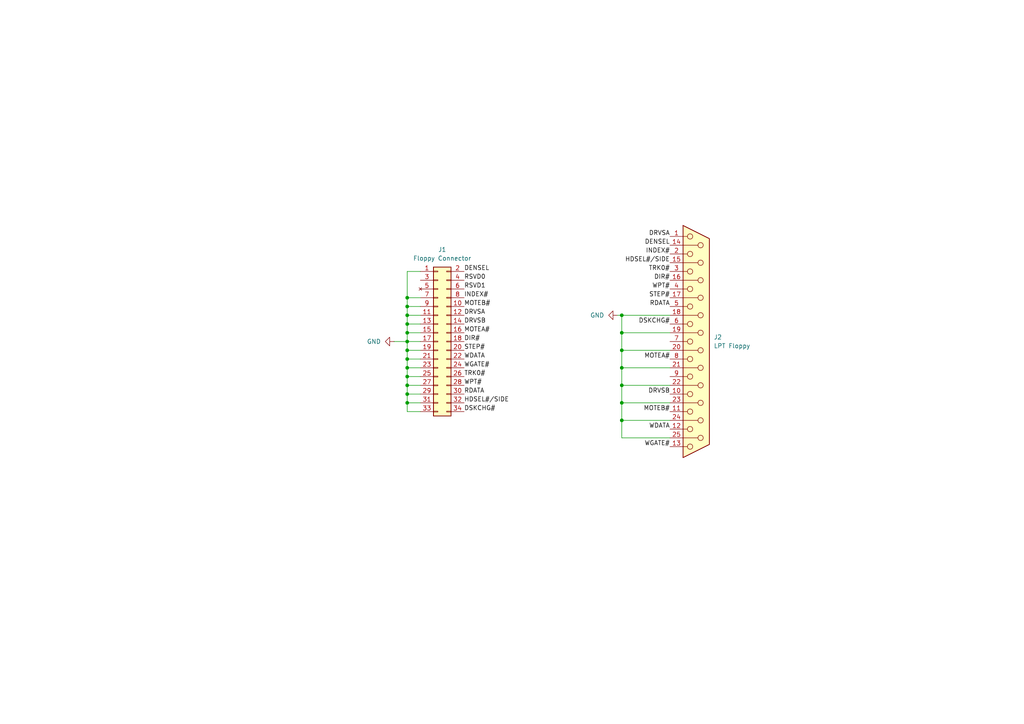
<source format=kicad_sch>
(kicad_sch (version 20231120) (generator "eeschema") (generator_version "8.0")
  (paper "A4")
  (lib_symbols
    (symbol "LPT2FLOPPY:Floppy Connector" (pin_names (offset 1.016) hide)
      (property "Reference" "J" (at -0.254 0 0))
      (property "Value" "Floppy Connector" (at 1.27 -22.86 0))
      (symbol "Floppy Connector_1_1"
        (rectangle (start -2.54 -20.193) (end -1.27 -20.447) (stroke (width 0.1524)))
        (rectangle (start -2.54 -17.653) (end -1.27 -17.907) (stroke (width 0.1524)))
        (rectangle (start -2.54 -15.113) (end -1.27 -15.367) (stroke (width 0.1524)))
        (rectangle (start -2.54 -12.573) (end -1.27 -12.827) (stroke (width 0.1524)))
        (rectangle (start -2.54 -10.033) (end -1.27 -10.287) (stroke (width 0.1524)))
        (rectangle (start -2.54 -7.493) (end -1.27 -7.747) (stroke (width 0.1524)))
        (rectangle (start -2.54 -4.953) (end -1.27 -5.207) (stroke (width 0.1524)))
        (rectangle (start -2.54 -2.413) (end -1.27 -2.667) (stroke (width 0.1524)))
        (rectangle (start -2.54 0.127) (end -1.27 -0.127) (stroke (width 0.1524)))
        (rectangle (start -2.54 2.667) (end -1.27 2.413) (stroke (width 0.1524)))
        (rectangle (start -2.54 5.207) (end -1.27 4.953) (stroke (width 0.1524)))
        (rectangle (start -2.54 7.747) (end -1.27 7.493) (stroke (width 0.1524)))
        (rectangle (start -2.54 10.287) (end -1.27 10.033) (stroke (width 0.1524)))
        (rectangle (start -2.54 12.827) (end -1.27 12.573) (stroke (width 0.1524)))
        (rectangle (start -2.54 15.367) (end -1.27 15.113) (stroke (width 0.1524)))
        (rectangle (start -2.54 17.907) (end -1.27 17.653) (stroke (width 0.1524)))
        (rectangle (start -2.54 20.447) (end -1.27 20.193) (stroke (width 0.1524)))
        (rectangle (start -2.54 21.59) (end 2.54 -21.59) (stroke (width 0.254)) (fill (type background)))
        (rectangle (start 2.54 -20.193) (end 1.27 -20.447) (stroke (width 0.1524)))
        (rectangle (start 2.54 -17.653) (end 1.27 -17.907) (stroke (width 0.1524)))
        (rectangle (start 2.54 -15.113) (end 1.27 -15.367) (stroke (width 0.1524)))
        (rectangle (start 2.54 -12.573) (end 1.27 -12.827) (stroke (width 0.1524)))
        (rectangle (start 2.54 -10.033) (end 1.27 -10.287) (stroke (width 0.1524)))
        (rectangle (start 2.54 -7.493) (end 1.27 -7.747) (stroke (width 0.1524)))
        (rectangle (start 2.54 -4.953) (end 1.27 -5.207) (stroke (width 0.1524)))
        (rectangle (start 2.54 -2.413) (end 1.27 -2.667) (stroke (width 0.1524)))
        (rectangle (start 2.54 0.127) (end 1.27 -0.127) (stroke (width 0.1524)))
        (rectangle (start 2.54 2.667) (end 1.27 2.413) (stroke (width 0.1524)))
        (rectangle (start 2.54 5.207) (end 1.27 4.953) (stroke (width 0.1524)))
        (rectangle (start 2.54 7.747) (end 1.27 7.493) (stroke (width 0.1524)))
        (rectangle (start 2.54 10.287) (end 1.27 10.033) (stroke (width 0.1524)))
        (rectangle (start 2.54 12.827) (end 1.27 12.573) (stroke (width 0.1524)))
        (rectangle (start 2.54 15.367) (end 1.27 15.113) (stroke (width 0.1524)))
        (rectangle (start 2.54 17.907) (end 1.27 17.653) (stroke (width 0.1524)))
        (rectangle (start 2.54 20.447) (end 1.27 20.193) (stroke (width 0.1524)))
        (pin power_in line (at -6.35 20.32 0) (length 3.81) (name "GND") (number "1"))
        (pin passive line (at 6.35 10.16 180) (length 3.81) (name "MOTEA#") (number "10"))
        (pin power_in line (at -6.35 7.62 0) (length 3.81) (name "GND") (number "11"))
        (pin passive line (at 6.35 7.62 180) (length 3.81) (name "DRVSB") (number "12"))
        (pin power_in line (at -6.35 5.08 0) (length 3.81) (name "GND") (number "13"))
        (pin passive line (at 6.35 5.08 180) (length 3.81) (name "DRVSA") (number "14"))
        (pin power_in line (at -6.35 2.54 0) (length 3.81) (name "GND") (number "15"))
        (pin passive line (at 6.35 2.54 180) (length 3.81) (name "MOTEB#") (number "16"))
        (pin power_in line (at -6.35 0 0) (length 3.81) (name "GND") (number "17"))
        (pin passive line (at 6.35 0 180) (length 3.81) (name "DIR#") (number "18"))
        (pin power_in line (at -6.35 -2.54 0) (length 3.81) (name "GND") (number "19"))
        (pin passive line (at 6.35 20.32 180) (length 3.81) (name "DENSEL") (number "2"))
        (pin passive line (at 6.35 -2.54 180) (length 3.81) (name "STEP#") (number "20"))
        (pin power_in line (at -6.35 -5.08 0) (length 3.81) (name "GND") (number "21"))
        (pin passive line (at 6.35 -5.08 180) (length 3.81) (name "WDATA") (number "22"))
        (pin power_in line (at -6.35 -7.62 0) (length 3.81) (name "GND") (number "23"))
        (pin passive line (at 6.35 -7.62 180) (length 3.81) (name "WGATE#") (number "24"))
        (pin power_in line (at -6.35 -10.16 0) (length 3.81) (name "GND") (number "25"))
        (pin passive line (at 6.35 -10.16 180) (length 3.81) (name "TRK0#") (number "26"))
        (pin power_in line (at -6.35 -12.7 0) (length 3.81) (name "GND") (number "27"))
        (pin passive line (at 6.35 -12.7 180) (length 3.81) (name "WPT#") (number "28"))
        (pin power_in line (at -6.35 -15.24 0) (length 3.81) (name "GND") (number "29"))
        (pin passive line (at -6.35 17.78 0) (length 3.81) (name "RSVD") (number "3"))
        (pin passive line (at 6.35 -15.24 180) (length 3.81) (name "RDATA") (number "30"))
        (pin power_in line (at -6.35 -17.78 0) (length 3.81) (name "GND") (number "31"))
        (pin passive line (at 6.35 -17.78 180) (length 3.81) (name "HDSEL#/SIDE") (number "32"))
        (pin power_in line (at -6.35 -20.32 0) (length 3.81) (name "GND") (number "33"))
        (pin passive line (at 6.35 -20.32 180) (length 3.81) (name "DSKCHG#") (number "34"))
        (pin passive line (at 6.35 17.78 180) (length 3.81) (name "RSVD") (number "4"))
        (pin no_connect line (at -6.35 15.24 0) (length 3.81) (name "NC") (number "5"))
        (pin passive line (at 6.35 15.24 180) (length 3.81) (name "RSVD") (number "6"))
        (pin power_in line (at -6.35 12.7 0) (length 3.81) (name "GND") (number "7"))
        (pin passive line (at 6.35 12.7 180) (length 3.81) (name "INDEX#") (number "8"))
        (pin power_in line (at -6.35 10.16 0) (length 3.81) (name "GND") (number "9"))
      )
    )
    (symbol "LPT2FLOPPY:LPT Floppy" (pin_names (offset 1.016) hide)
      (property "Reference" "J" (at 0 34.29 0))
      (property "Value" "LPT Floppy" (at 0 -34.925 0))
      (symbol "LPT Floppy_0_1"
        (circle (center -1.778 -30.48) (radius 0.762))
        (circle (center -1.778 -25.4) (radius 0.762))
        (circle (center -1.778 -20.32) (radius 0.762))
        (circle (center -1.778 -15.24) (radius 0.762))
        (circle (center -1.778 -10.16) (radius 0.762))
        (circle (center -1.778 -5.08) (radius 0.762))
        (circle (center -1.778 0) (radius 0.762))
        (circle (center -1.778 5.08) (radius 0.762))
        (circle (center -1.778 10.16) (radius 0.762))
        (circle (center -1.778 15.24) (radius 0.762))
        (circle (center -1.778 20.32) (radius 0.762))
        (circle (center -1.778 25.4) (radius 0.762))
        (circle (center -1.778 30.48) (radius 0.762))
        (polyline (pts (xy -3.81 -30.48) (xy -2.54 -30.48)))
        (polyline (pts (xy -3.81 -27.94) (xy 0.508 -27.94)))
        (polyline (pts (xy -3.81 -25.4) (xy -2.54 -25.4)))
        (polyline (pts (xy -3.81 -22.86) (xy 0.508 -22.86)))
        (polyline (pts (xy -3.81 -20.32) (xy -2.54 -20.32)))
        (polyline (pts (xy -3.81 -17.78) (xy 0.508 -17.78)))
        (polyline (pts (xy -3.81 -15.24) (xy -2.54 -15.24)))
        (polyline (pts (xy -3.81 -12.7) (xy 0.508 -12.7)))
        (polyline (pts (xy -3.81 -10.16) (xy -2.54 -10.16)))
        (polyline (pts (xy -3.81 -7.62) (xy 0.508 -7.62)))
        (polyline (pts (xy -3.81 -5.08) (xy -2.54 -5.08)))
        (polyline (pts (xy -3.81 -2.54) (xy 0.508 -2.54)))
        (polyline (pts (xy -3.81 0) (xy -2.54 0)))
        (polyline (pts (xy -3.81 2.54) (xy 0.508 2.54)))
        (polyline (pts (xy -3.81 5.08) (xy -2.54 5.08)))
        (polyline (pts (xy -3.81 7.62) (xy 0.508 7.62)))
        (polyline (pts (xy -3.81 10.16) (xy -2.54 10.16)))
        (polyline (pts (xy -3.81 12.7) (xy 0.508 12.7)))
        (polyline (pts (xy -3.81 15.24) (xy -2.54 15.24)))
        (polyline (pts (xy -3.81 17.78) (xy 0.508 17.78)))
        (polyline (pts (xy -3.81 20.32) (xy -2.54 20.32)))
        (polyline (pts (xy -3.81 22.86) (xy 0.508 22.86)))
        (polyline (pts (xy -3.81 25.4) (xy -2.54 25.4)))
        (polyline (pts (xy -3.81 27.94) (xy 0.508 27.94)))
        (polyline (pts (xy -3.81 30.48) (xy -2.54 30.48)))
        (polyline (pts (xy -3.81 33.655) (xy 3.81 29.845) (xy 3.81 -29.845) (xy -3.81 -33.655) (xy -3.81 33.655)) (stroke (width 0.254)) (fill (type background)))
        (circle (center 1.27 -27.94) (radius 0.762))
        (circle (center 1.27 -22.86) (radius 0.762))
        (circle (center 1.27 -17.78) (radius 0.762))
        (circle (center 1.27 -12.7) (radius 0.762))
        (circle (center 1.27 -7.62) (radius 0.762))
        (circle (center 1.27 -2.54) (radius 0.762))
        (circle (center 1.27 2.54) (radius 0.762))
        (circle (center 1.27 7.62) (radius 0.762))
        (circle (center 1.27 12.7) (radius 0.762))
        (circle (center 1.27 17.78) (radius 0.762))
        (circle (center 1.27 22.86) (radius 0.762))
        (circle (center 1.27 27.94) (radius 0.762))
      )
      (symbol "LPT Floppy_1_1"
        (pin passive line (at -7.62 30.48 0) (length 3.81) (name "-DSO") (number "1"))
        (pin passive line (at -7.62 -15.24 0) (length 3.81) (name "-DS1") (number "10"))
        (pin passive line (at -7.62 -20.32 0) (length 3.81) (name "-MTR1") (number "11"))
        (pin passive line (at -7.62 -25.4 0) (length 3.81) (name "-WDATA") (number "12"))
        (pin passive line (at -7.62 -30.48 0) (length 3.81) (name "-WGATE") (number "13"))
        (pin passive line (at -7.62 27.94 0) (length 3.81) (name "DENSEL") (number "14"))
        (pin passive line (at -7.62 22.86 0) (length 3.81) (name "-HDSEL") (number "15"))
        (pin passive line (at -7.62 17.78 0) (length 3.81) (name "-DIR") (number "16"))
        (pin passive line (at -7.62 12.7 0) (length 3.81) (name "-STEP") (number "17"))
        (pin passive line (at -7.62 7.62 0) (length 3.81) (name "GND") (number "18"))
        (pin passive line (at -7.62 2.54 0) (length 3.81) (name "P19") (number "19"))
        (pin passive line (at -7.62 25.4 0) (length 3.81) (name "-INDEX") (number "2"))
        (pin passive line (at -7.62 -2.54 0) (length 3.81) (name "P20") (number "20"))
        (pin passive line (at -7.62 -7.62 0) (length 3.81) (name "P21") (number "21"))
        (pin passive line (at -7.62 -12.7 0) (length 3.81) (name "P22") (number "22"))
        (pin passive line (at -7.62 -17.78 0) (length 3.81) (name "P23") (number "23"))
        (pin passive line (at -7.62 -22.86 0) (length 3.81) (name "P24") (number "24"))
        (pin passive line (at -7.62 -27.94 0) (length 3.81) (name "P25") (number "25"))
        (pin passive line (at -7.62 20.32 0) (length 3.81) (name "-TRK0") (number "3"))
        (pin passive line (at -7.62 15.24 0) (length 3.81) (name "-WP") (number "4"))
        (pin passive line (at -7.62 10.16 0) (length 3.81) (name "-RDATA") (number "5"))
        (pin passive line (at -7.62 5.08 0) (length 3.81) (name "-DSKCHG") (number "6"))
        (pin passive line (at -7.62 0 0) (length 3.81) (name "MEDIA_ID0") (number "7"))
        (pin passive line (at -7.62 -5.08 0) (length 3.81) (name "-MTR0") (number "8"))
        (pin passive line (at -7.62 -10.16 0) (length 3.81) (name "MEDIA_ID1") (number "9"))
      )
    )
    (symbol "power:GND" (power) (pin_numbers hide) (pin_names (offset 0) hide)
      (property "Value" "GND" (at 0 -3.81 0))
      (symbol "GND_0_1"
        (polyline (pts (xy 0 0) (xy 0 -1.27) (xy 1.27 -1.27) (xy 0 -2.54) (xy -1.27 -1.27) (xy 0 -1.27)))
      )
      (symbol "GND_1_1"
        (pin power_in line (at 0 0 270) (length 0) (name "~") (number "1"))
      )
    )
  )
  (junction (at 118.11 91.44))
  (junction (at 118.11 86.36))
  (junction (at 118.11 96.52))
  (junction (at 118.11 99.06))
  (junction (at 118.11 114.3))
  (junction (at 118.11 109.22))
  (junction (at 118.11 93.98))
  (junction (at 180.34 101.6))
  (junction (at 118.11 104.14))
  (junction (at 180.34 106.68))
  (junction (at 180.34 96.52))
  (junction (at 118.11 101.6))
  (junction (at 118.11 111.76))
  (junction (at 118.11 88.9))
  (junction (at 118.11 116.84))
  (junction (at 180.34 111.76))
  (junction (at 118.11 106.68))
  (junction (at 180.34 91.44))
  (junction (at 180.34 121.92))
  (junction (at 180.34 116.84))
  (wire (pts (xy 180.34 111.76) (xy 194.31 111.76)))
  (wire (pts (xy 180.34 116.84) (xy 194.31 116.84)))
  (wire (pts (xy 118.11 78.74) (xy 118.11 86.36)))
  (wire (pts (xy 180.34 96.52) (xy 194.31 96.52)))
  (wire (pts (xy 118.11 101.6) (xy 118.11 104.14)))
  (wire (pts (xy 118.11 106.68) (xy 118.11 109.22)))
  (wire (pts (xy 180.34 91.44) (xy 194.31 91.44)))
  (wire (pts (xy 118.11 88.9) (xy 118.11 91.44)))
  (wire (pts (xy 118.11 109.22) (xy 121.92 109.22)))
  (wire (pts (xy 179.07 91.44) (xy 180.34 91.44)))
  (wire (pts (xy 180.34 127) (xy 194.31 127)))
  (wire (pts (xy 180.34 121.92) (xy 194.31 121.92)))
  (wire (pts (xy 118.11 106.68) (xy 121.92 106.68)))
  (wire (pts (xy 118.11 109.22) (xy 118.11 111.76)))
  (wire (pts (xy 180.34 111.76) (xy 180.34 116.84)))
  (wire (pts (xy 180.34 116.84) (xy 180.34 121.92)))
  (wire (pts (xy 121.92 78.74) (xy 118.11 78.74)))
  (wire (pts (xy 180.34 106.68) (xy 180.34 111.76)))
  (wire (pts (xy 180.34 101.6) (xy 194.31 101.6)))
  (wire (pts (xy 118.11 116.84) (xy 121.92 116.84)))
  (wire (pts (xy 118.11 114.3) (xy 121.92 114.3)))
  (wire (pts (xy 118.11 93.98) (xy 118.11 96.52)))
  (wire (pts (xy 118.11 91.44) (xy 121.92 91.44)))
  (wire (pts (xy 118.11 96.52) (xy 118.11 99.06)))
  (wire (pts (xy 180.34 106.68) (xy 194.31 106.68)))
  (wire (pts (xy 180.34 96.52) (xy 180.34 101.6)))
  (wire (pts (xy 118.11 86.36) (xy 118.11 88.9)))
  (wire (pts (xy 118.11 93.98) (xy 121.92 93.98)))
  (wire (pts (xy 118.11 96.52) (xy 121.92 96.52)))
  (wire (pts (xy 118.11 86.36) (xy 121.92 86.36)))
  (wire (pts (xy 118.11 99.06) (xy 121.92 99.06)))
  (wire (pts (xy 118.11 114.3) (xy 118.11 116.84)))
  (wire (pts (xy 118.11 88.9) (xy 121.92 88.9)))
  (wire (pts (xy 118.11 111.76) (xy 121.92 111.76)))
  (wire (pts (xy 118.11 101.6) (xy 121.92 101.6)))
  (wire (pts (xy 118.11 119.38) (xy 121.92 119.38)))
  (wire (pts (xy 118.11 116.84) (xy 118.11 119.38)))
  (wire (pts (xy 180.34 91.44) (xy 180.34 96.52)))
  (wire (pts (xy 180.34 121.92) (xy 180.34 127)))
  (wire (pts (xy 118.11 111.76) (xy 118.11 114.3)))
  (wire (pts (xy 118.11 91.44) (xy 118.11 93.98)))
  (wire (pts (xy 118.11 104.14) (xy 118.11 106.68)))
  (wire (pts (xy 180.34 101.6) (xy 180.34 106.68)))
  (wire (pts (xy 118.11 104.14) (xy 121.92 104.14)))
  (wire (pts (xy 114.3 99.06) (xy 118.11 99.06)))
  (wire (pts (xy 118.11 99.06) (xy 118.11 101.6)))
  (label "STEP#" (at 134.62 101.6 0))
  (label "MOTEA#" (at 194.31 104.14 180))
  (label "WGATE#" (at 134.62 106.68 0))
  (label "WPT#" (at 194.31 83.82 180))
  (label "DSKCHG#" (at 194.31 93.98 180))
  (label "HDSEL#{slash}SIDE" (at 134.62 116.84 0))
  (label "WDATA" (at 194.31 124.46 180))
  (label "DRVSA" (at 194.31 68.58 180))
  (label "DRVSA" (at 134.62 91.44 0))
  (label "RDATA" (at 134.62 114.3 0))
  (label "WGATE#" (at 194.31 129.54 180))
  (label "WPT#" (at 134.62 111.76 0))
  (label "DRVSB" (at 134.62 93.98 0))
  (label "DIR#" (at 194.31 81.28 180))
  (label "RSVD1" (at 134.62 83.82 0))
  (label "TRK0#" (at 134.62 109.22 0))
  (label "DENSEL" (at 194.31 71.12 180))
  (label "RSVD0" (at 134.62 81.28 0))
  (label "INDEX#" (at 194.31 73.66 180))
  (label "WDATA" (at 134.62 104.14 0))
  (label "DIR#" (at 134.62 99.06 0))
  (label "STEP#" (at 194.31 86.36 180))
  (label "DENSEL" (at 134.62 78.74 0))
  (label "DRVSB" (at 194.31 114.3 180))
  (label "TRK0#" (at 194.31 78.74 180))
  (label "MOTEB#" (at 194.31 119.38 180))
  (label "MOTEA#" (at 134.62 96.52 0))
  (label "DSKCHG#" (at 134.62 119.38 0))
  (label "RDATA" (at 194.31 88.9 180))
  (label "INDEX#" (at 134.62 86.36 0))
  (label "HDSEL#{slash}SIDE" (at 194.31 76.2 180))
  (label "MOTEB#" (at 134.62 88.9 0))
  (symbol (lib_id "LPT2FLOPPY:Floppy Connector") (at 128.27 99.06 0) (unit 1)
    (property "Reference" "J1" (at 128.27 72.39 0))
    (property "Value" "Floppy Connector" (at 128.27 74.93 0))
    (property "Footprint" "LPT2FDD:IDC-Header_2x17_P2.54mm_Vertical" (effects (hide yes)))
    (property "Description" "Generic connector, double row, 02x17, odd/even pin numbering scheme (row 1 odd numbers, row 2 even numbers), script generated (kicad-library-utils/schlib/autogen/connector/)" (effects (hide yes)))
  )
  (symbol (lib_id "power:GND") (at 179.07 91.44 270) (unit 1)
    (property "Reference" "#PWR01" (effects (hide yes)))
    (property "Value" "GND" (at 175.26 91.4399 90) (effects (justify right)))
    (property "Description" "Power symbol creates a global label with name \"GND\" , ground" (effects (hide yes)))
  )
  (symbol (lib_id "power:GND") (at 114.3 99.06 270) (unit 1)
    (property "Reference" "#PWR02" (effects (hide yes)))
    (property "Value" "GND" (at 110.49 99.0599 90) (effects (justify right)))
    (property "Description" "Power symbol creates a global label with name \"GND\" , ground" (effects (hide yes)))
  )
  (symbol (lib_id "LPT2FLOPPY:LPT Floppy") (at 201.93 99.06 0) (unit 1)
    (property "Reference" "J2" (at 207.01 97.7899 0) (effects (justify left)))
    (property "Value" "LPT Floppy" (at 207.01 100.3299 0) (effects (justify left)))
    (property "Footprint" "LPT2FDD:DSUB-25_Male_Horizontal_P2.77x2.84mm_EdgePinOffset4.94mm_Housed_MountingHolesOffset4.94mm" (effects (hide yes)))
    (property "Description" "25-pin female receptacle socket D-SUB connector" (effects (hide yes)))
  )
)
</source>
